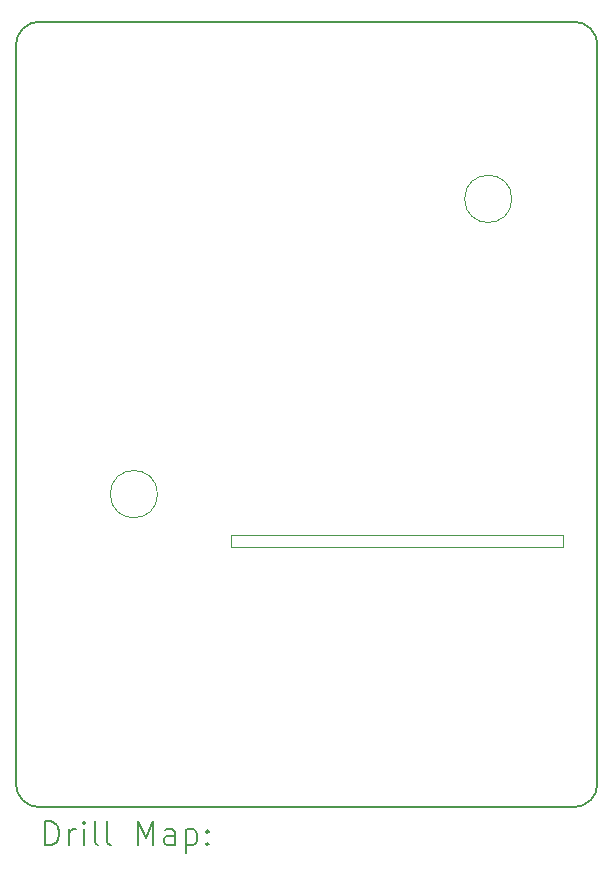
<source format=gbr>
%TF.GenerationSoftware,KiCad,Pcbnew,8.0.8*%
%TF.CreationDate,2025-06-05T09:36:49+02:00*%
%TF.ProjectId,heishamon-lr-pdc,68656973-6861-46d6-9f6e-2d6c722d7064,rev?*%
%TF.SameCoordinates,Original*%
%TF.FileFunction,Drillmap*%
%TF.FilePolarity,Positive*%
%FSLAX45Y45*%
G04 Gerber Fmt 4.5, Leading zero omitted, Abs format (unit mm)*
G04 Created by KiCad (PCBNEW 8.0.8) date 2025-06-05 09:36:49*
%MOMM*%
%LPD*%
G01*
G04 APERTURE LIST*
%ADD10C,0.200000*%
%ADD11C,0.050000*%
G04 APERTURE END LIST*
D10*
X1610000Y-1340000D02*
X6135000Y-1340000D01*
X6335000Y-7790000D02*
G75*
G02*
X6135000Y-7990000I-200000J0D01*
G01*
D11*
X2610000Y-5340000D02*
G75*
G02*
X2210000Y-5340000I-200000J0D01*
G01*
X2210000Y-5340000D02*
G75*
G02*
X2610000Y-5340000I200000J0D01*
G01*
D10*
X6335000Y-1540000D02*
X6335000Y-7790000D01*
X1410000Y-7790000D02*
X1410000Y-1540000D01*
D11*
X3235000Y-5690000D02*
X6045000Y-5690000D01*
X6045000Y-5790000D01*
X3235000Y-5790000D01*
X3235000Y-5690000D01*
D10*
X6135000Y-7990000D02*
X1610000Y-7990000D01*
X1410000Y-1540000D02*
G75*
G02*
X1610000Y-1340000I200000J0D01*
G01*
D11*
X5610000Y-2840000D02*
G75*
G02*
X5210000Y-2840000I-200000J0D01*
G01*
X5210000Y-2840000D02*
G75*
G02*
X5610000Y-2840000I200000J0D01*
G01*
D10*
X1610000Y-7990000D02*
G75*
G02*
X1410000Y-7790000I0J200000D01*
G01*
X6135000Y-1340000D02*
G75*
G02*
X6335000Y-1540000I0J-200000D01*
G01*
X1660777Y-8311484D02*
X1660777Y-8111484D01*
X1660777Y-8111484D02*
X1708396Y-8111484D01*
X1708396Y-8111484D02*
X1736967Y-8121008D01*
X1736967Y-8121008D02*
X1756015Y-8140055D01*
X1756015Y-8140055D02*
X1765539Y-8159103D01*
X1765539Y-8159103D02*
X1775062Y-8197198D01*
X1775062Y-8197198D02*
X1775062Y-8225769D01*
X1775062Y-8225769D02*
X1765539Y-8263865D01*
X1765539Y-8263865D02*
X1756015Y-8282912D01*
X1756015Y-8282912D02*
X1736967Y-8301960D01*
X1736967Y-8301960D02*
X1708396Y-8311484D01*
X1708396Y-8311484D02*
X1660777Y-8311484D01*
X1860777Y-8311484D02*
X1860777Y-8178150D01*
X1860777Y-8216246D02*
X1870301Y-8197198D01*
X1870301Y-8197198D02*
X1879824Y-8187674D01*
X1879824Y-8187674D02*
X1898872Y-8178150D01*
X1898872Y-8178150D02*
X1917920Y-8178150D01*
X1984586Y-8311484D02*
X1984586Y-8178150D01*
X1984586Y-8111484D02*
X1975062Y-8121008D01*
X1975062Y-8121008D02*
X1984586Y-8130531D01*
X1984586Y-8130531D02*
X1994110Y-8121008D01*
X1994110Y-8121008D02*
X1984586Y-8111484D01*
X1984586Y-8111484D02*
X1984586Y-8130531D01*
X2108396Y-8311484D02*
X2089348Y-8301960D01*
X2089348Y-8301960D02*
X2079824Y-8282912D01*
X2079824Y-8282912D02*
X2079824Y-8111484D01*
X2213158Y-8311484D02*
X2194110Y-8301960D01*
X2194110Y-8301960D02*
X2184586Y-8282912D01*
X2184586Y-8282912D02*
X2184586Y-8111484D01*
X2441729Y-8311484D02*
X2441729Y-8111484D01*
X2441729Y-8111484D02*
X2508396Y-8254341D01*
X2508396Y-8254341D02*
X2575063Y-8111484D01*
X2575063Y-8111484D02*
X2575063Y-8311484D01*
X2756015Y-8311484D02*
X2756015Y-8206722D01*
X2756015Y-8206722D02*
X2746491Y-8187674D01*
X2746491Y-8187674D02*
X2727444Y-8178150D01*
X2727444Y-8178150D02*
X2689348Y-8178150D01*
X2689348Y-8178150D02*
X2670301Y-8187674D01*
X2756015Y-8301960D02*
X2736967Y-8311484D01*
X2736967Y-8311484D02*
X2689348Y-8311484D01*
X2689348Y-8311484D02*
X2670301Y-8301960D01*
X2670301Y-8301960D02*
X2660777Y-8282912D01*
X2660777Y-8282912D02*
X2660777Y-8263865D01*
X2660777Y-8263865D02*
X2670301Y-8244817D01*
X2670301Y-8244817D02*
X2689348Y-8235293D01*
X2689348Y-8235293D02*
X2736967Y-8235293D01*
X2736967Y-8235293D02*
X2756015Y-8225769D01*
X2851253Y-8178150D02*
X2851253Y-8378150D01*
X2851253Y-8187674D02*
X2870301Y-8178150D01*
X2870301Y-8178150D02*
X2908396Y-8178150D01*
X2908396Y-8178150D02*
X2927443Y-8187674D01*
X2927443Y-8187674D02*
X2936967Y-8197198D01*
X2936967Y-8197198D02*
X2946491Y-8216246D01*
X2946491Y-8216246D02*
X2946491Y-8273388D01*
X2946491Y-8273388D02*
X2936967Y-8292436D01*
X2936967Y-8292436D02*
X2927443Y-8301960D01*
X2927443Y-8301960D02*
X2908396Y-8311484D01*
X2908396Y-8311484D02*
X2870301Y-8311484D01*
X2870301Y-8311484D02*
X2851253Y-8301960D01*
X3032205Y-8292436D02*
X3041729Y-8301960D01*
X3041729Y-8301960D02*
X3032205Y-8311484D01*
X3032205Y-8311484D02*
X3022682Y-8301960D01*
X3022682Y-8301960D02*
X3032205Y-8292436D01*
X3032205Y-8292436D02*
X3032205Y-8311484D01*
X3032205Y-8187674D02*
X3041729Y-8197198D01*
X3041729Y-8197198D02*
X3032205Y-8206722D01*
X3032205Y-8206722D02*
X3022682Y-8197198D01*
X3022682Y-8197198D02*
X3032205Y-8187674D01*
X3032205Y-8187674D02*
X3032205Y-8206722D01*
M02*

</source>
